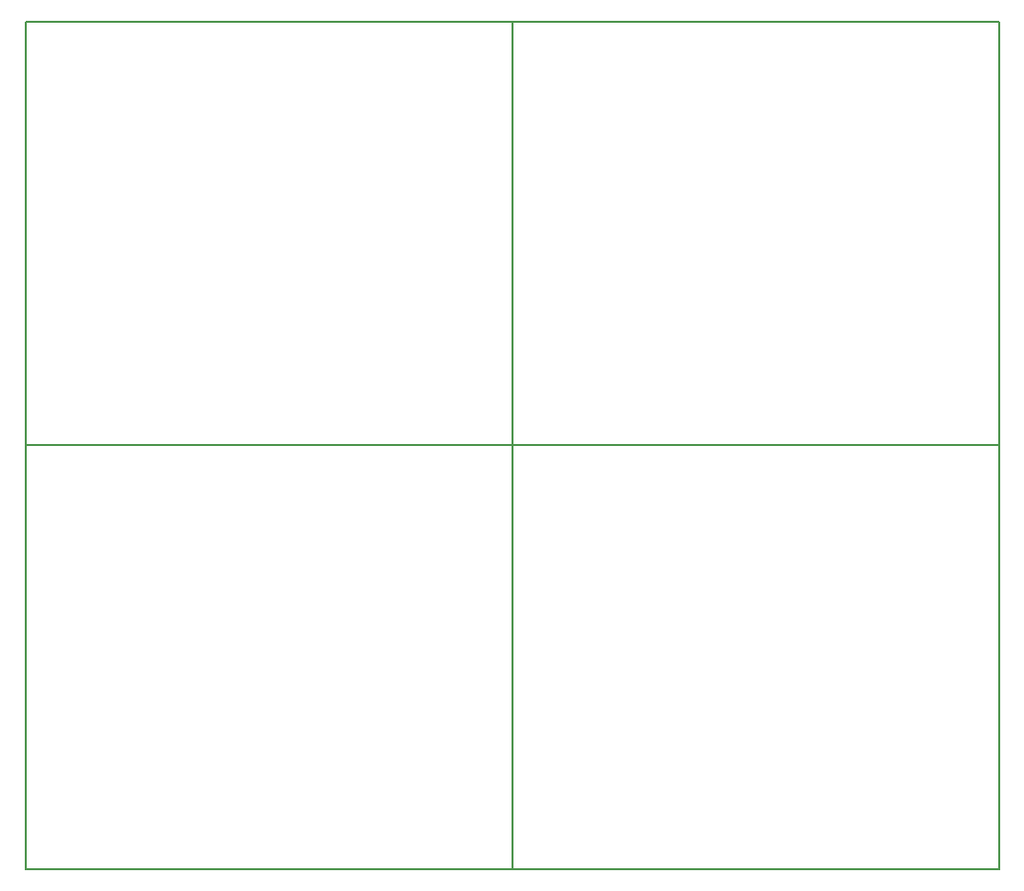
<source format=gbr>
%TF.GenerationSoftware,KiCad,Pcbnew,4.0.7-e2-6376~61~ubuntu18.04.1*%
%TF.CreationDate,2020-07-26T21:14:29+02:00*%
%TF.ProjectId,testio_panel,74657374696F5F70616E656C2E6B6963,rev?*%
%TF.FileFunction,Profile,NP*%
%FSLAX46Y46*%
G04 Gerber Fmt 4.6, Leading zero omitted, Abs format (unit mm)*
G04 Created by KiCad (PCBNEW 4.0.7-e2-6376~61~ubuntu18.04.1) date Sun Jul 26 21:14:29 2020*
%MOMM*%
%LPD*%
G01*
G04 APERTURE LIST*
%ADD10C,0.150000*%
G04 APERTURE END LIST*
D10*
X104727500Y-97425000D02*
X104727500Y-61230000D01*
X104727500Y-61230000D02*
X104727500Y-97425000D01*
X104727500Y-97425000D02*
X63135000Y-97425000D01*
X63135000Y-97425000D02*
X104727500Y-97425000D01*
X104727500Y-97425000D02*
X146320000Y-97425000D01*
X146320000Y-97425000D02*
X104727500Y-97425000D01*
X104727500Y-97425000D02*
X104727500Y-133620000D01*
X104727500Y-133620000D02*
X104727500Y-97425000D01*
X146320000Y-133620000D02*
X146320000Y-97425000D01*
X146320000Y-97425000D02*
X146320000Y-61230000D01*
X104727500Y-133620000D02*
X146320000Y-133620000D01*
X63135000Y-133620000D02*
X104727500Y-133620000D01*
X146320000Y-61230000D02*
X104727500Y-61230000D01*
X63135000Y-97425000D02*
X63135000Y-133620000D01*
X104727500Y-61230000D02*
X63135000Y-61230000D01*
X63135000Y-61230000D02*
X63135000Y-97425000D01*
M02*

</source>
